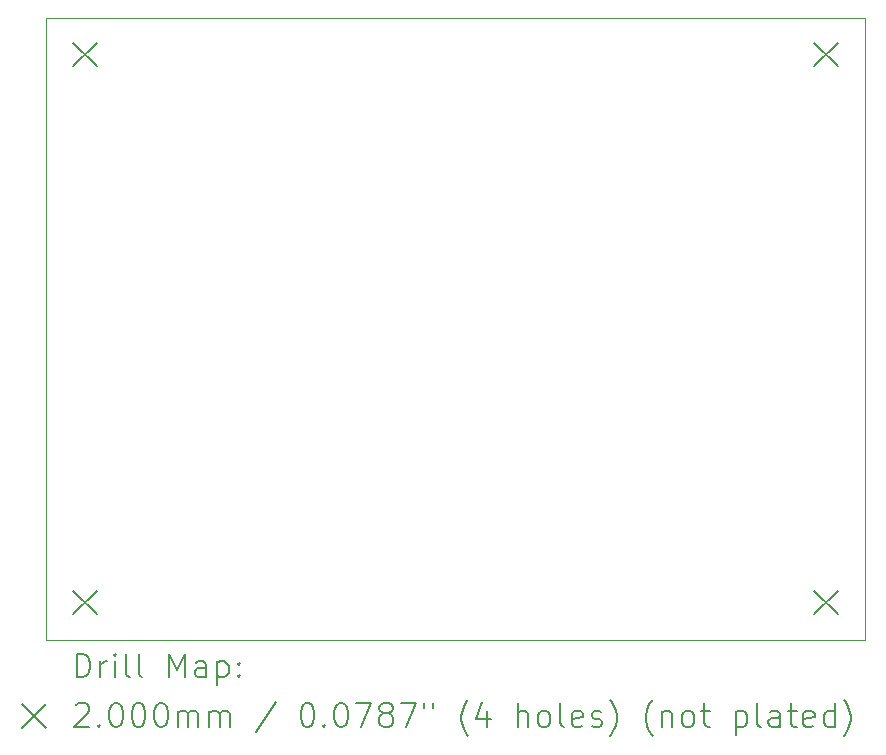
<source format=gbr>
%TF.GenerationSoftware,KiCad,Pcbnew,9.0.0*%
%TF.CreationDate,2025-05-01T15:15:35-03:00*%
%TF.ProjectId,hw_rfid,68775f72-6669-4642-9e6b-696361645f70,rev?*%
%TF.SameCoordinates,Original*%
%TF.FileFunction,Drillmap*%
%TF.FilePolarity,Positive*%
%FSLAX45Y45*%
G04 Gerber Fmt 4.5, Leading zero omitted, Abs format (unit mm)*
G04 Created by KiCad (PCBNEW 9.0.0) date 2025-05-01 15:15:35*
%MOMM*%
%LPD*%
G01*
G04 APERTURE LIST*
%ADD10C,0.050000*%
%ADD11C,0.200000*%
G04 APERTURE END LIST*
D10*
X7525000Y-7315000D02*
X14455000Y-7315000D01*
X14455000Y-12582500D01*
X7525000Y-12582500D01*
X7525000Y-7315000D01*
D11*
X7755000Y-7525000D02*
X7955000Y-7725000D01*
X7955000Y-7525000D02*
X7755000Y-7725000D01*
X7755000Y-12165000D02*
X7955000Y-12365000D01*
X7955000Y-12165000D02*
X7755000Y-12365000D01*
X14025000Y-7525000D02*
X14225000Y-7725000D01*
X14225000Y-7525000D02*
X14025000Y-7725000D01*
X14025000Y-12165000D02*
X14225000Y-12365000D01*
X14225000Y-12165000D02*
X14025000Y-12365000D01*
X7783277Y-12896484D02*
X7783277Y-12696484D01*
X7783277Y-12696484D02*
X7830896Y-12696484D01*
X7830896Y-12696484D02*
X7859467Y-12706008D01*
X7859467Y-12706008D02*
X7878515Y-12725055D01*
X7878515Y-12725055D02*
X7888039Y-12744103D01*
X7888039Y-12744103D02*
X7897562Y-12782198D01*
X7897562Y-12782198D02*
X7897562Y-12810769D01*
X7897562Y-12810769D02*
X7888039Y-12848865D01*
X7888039Y-12848865D02*
X7878515Y-12867912D01*
X7878515Y-12867912D02*
X7859467Y-12886960D01*
X7859467Y-12886960D02*
X7830896Y-12896484D01*
X7830896Y-12896484D02*
X7783277Y-12896484D01*
X7983277Y-12896484D02*
X7983277Y-12763150D01*
X7983277Y-12801246D02*
X7992801Y-12782198D01*
X7992801Y-12782198D02*
X8002324Y-12772674D01*
X8002324Y-12772674D02*
X8021372Y-12763150D01*
X8021372Y-12763150D02*
X8040420Y-12763150D01*
X8107086Y-12896484D02*
X8107086Y-12763150D01*
X8107086Y-12696484D02*
X8097562Y-12706008D01*
X8097562Y-12706008D02*
X8107086Y-12715531D01*
X8107086Y-12715531D02*
X8116610Y-12706008D01*
X8116610Y-12706008D02*
X8107086Y-12696484D01*
X8107086Y-12696484D02*
X8107086Y-12715531D01*
X8230896Y-12896484D02*
X8211848Y-12886960D01*
X8211848Y-12886960D02*
X8202324Y-12867912D01*
X8202324Y-12867912D02*
X8202324Y-12696484D01*
X8335658Y-12896484D02*
X8316610Y-12886960D01*
X8316610Y-12886960D02*
X8307086Y-12867912D01*
X8307086Y-12867912D02*
X8307086Y-12696484D01*
X8564229Y-12896484D02*
X8564229Y-12696484D01*
X8564229Y-12696484D02*
X8630896Y-12839341D01*
X8630896Y-12839341D02*
X8697563Y-12696484D01*
X8697563Y-12696484D02*
X8697563Y-12896484D01*
X8878515Y-12896484D02*
X8878515Y-12791722D01*
X8878515Y-12791722D02*
X8868991Y-12772674D01*
X8868991Y-12772674D02*
X8849944Y-12763150D01*
X8849944Y-12763150D02*
X8811848Y-12763150D01*
X8811848Y-12763150D02*
X8792801Y-12772674D01*
X8878515Y-12886960D02*
X8859467Y-12896484D01*
X8859467Y-12896484D02*
X8811848Y-12896484D01*
X8811848Y-12896484D02*
X8792801Y-12886960D01*
X8792801Y-12886960D02*
X8783277Y-12867912D01*
X8783277Y-12867912D02*
X8783277Y-12848865D01*
X8783277Y-12848865D02*
X8792801Y-12829817D01*
X8792801Y-12829817D02*
X8811848Y-12820293D01*
X8811848Y-12820293D02*
X8859467Y-12820293D01*
X8859467Y-12820293D02*
X8878515Y-12810769D01*
X8973753Y-12763150D02*
X8973753Y-12963150D01*
X8973753Y-12772674D02*
X8992801Y-12763150D01*
X8992801Y-12763150D02*
X9030896Y-12763150D01*
X9030896Y-12763150D02*
X9049944Y-12772674D01*
X9049944Y-12772674D02*
X9059467Y-12782198D01*
X9059467Y-12782198D02*
X9068991Y-12801246D01*
X9068991Y-12801246D02*
X9068991Y-12858388D01*
X9068991Y-12858388D02*
X9059467Y-12877436D01*
X9059467Y-12877436D02*
X9049944Y-12886960D01*
X9049944Y-12886960D02*
X9030896Y-12896484D01*
X9030896Y-12896484D02*
X8992801Y-12896484D01*
X8992801Y-12896484D02*
X8973753Y-12886960D01*
X9154705Y-12877436D02*
X9164229Y-12886960D01*
X9164229Y-12886960D02*
X9154705Y-12896484D01*
X9154705Y-12896484D02*
X9145182Y-12886960D01*
X9145182Y-12886960D02*
X9154705Y-12877436D01*
X9154705Y-12877436D02*
X9154705Y-12896484D01*
X9154705Y-12772674D02*
X9164229Y-12782198D01*
X9164229Y-12782198D02*
X9154705Y-12791722D01*
X9154705Y-12791722D02*
X9145182Y-12782198D01*
X9145182Y-12782198D02*
X9154705Y-12772674D01*
X9154705Y-12772674D02*
X9154705Y-12791722D01*
X7322500Y-13125000D02*
X7522500Y-13325000D01*
X7522500Y-13125000D02*
X7322500Y-13325000D01*
X7773753Y-13135531D02*
X7783277Y-13126008D01*
X7783277Y-13126008D02*
X7802324Y-13116484D01*
X7802324Y-13116484D02*
X7849943Y-13116484D01*
X7849943Y-13116484D02*
X7868991Y-13126008D01*
X7868991Y-13126008D02*
X7878515Y-13135531D01*
X7878515Y-13135531D02*
X7888039Y-13154579D01*
X7888039Y-13154579D02*
X7888039Y-13173627D01*
X7888039Y-13173627D02*
X7878515Y-13202198D01*
X7878515Y-13202198D02*
X7764229Y-13316484D01*
X7764229Y-13316484D02*
X7888039Y-13316484D01*
X7973753Y-13297436D02*
X7983277Y-13306960D01*
X7983277Y-13306960D02*
X7973753Y-13316484D01*
X7973753Y-13316484D02*
X7964229Y-13306960D01*
X7964229Y-13306960D02*
X7973753Y-13297436D01*
X7973753Y-13297436D02*
X7973753Y-13316484D01*
X8107086Y-13116484D02*
X8126134Y-13116484D01*
X8126134Y-13116484D02*
X8145182Y-13126008D01*
X8145182Y-13126008D02*
X8154705Y-13135531D01*
X8154705Y-13135531D02*
X8164229Y-13154579D01*
X8164229Y-13154579D02*
X8173753Y-13192674D01*
X8173753Y-13192674D02*
X8173753Y-13240293D01*
X8173753Y-13240293D02*
X8164229Y-13278388D01*
X8164229Y-13278388D02*
X8154705Y-13297436D01*
X8154705Y-13297436D02*
X8145182Y-13306960D01*
X8145182Y-13306960D02*
X8126134Y-13316484D01*
X8126134Y-13316484D02*
X8107086Y-13316484D01*
X8107086Y-13316484D02*
X8088039Y-13306960D01*
X8088039Y-13306960D02*
X8078515Y-13297436D01*
X8078515Y-13297436D02*
X8068991Y-13278388D01*
X8068991Y-13278388D02*
X8059467Y-13240293D01*
X8059467Y-13240293D02*
X8059467Y-13192674D01*
X8059467Y-13192674D02*
X8068991Y-13154579D01*
X8068991Y-13154579D02*
X8078515Y-13135531D01*
X8078515Y-13135531D02*
X8088039Y-13126008D01*
X8088039Y-13126008D02*
X8107086Y-13116484D01*
X8297562Y-13116484D02*
X8316610Y-13116484D01*
X8316610Y-13116484D02*
X8335658Y-13126008D01*
X8335658Y-13126008D02*
X8345182Y-13135531D01*
X8345182Y-13135531D02*
X8354705Y-13154579D01*
X8354705Y-13154579D02*
X8364229Y-13192674D01*
X8364229Y-13192674D02*
X8364229Y-13240293D01*
X8364229Y-13240293D02*
X8354705Y-13278388D01*
X8354705Y-13278388D02*
X8345182Y-13297436D01*
X8345182Y-13297436D02*
X8335658Y-13306960D01*
X8335658Y-13306960D02*
X8316610Y-13316484D01*
X8316610Y-13316484D02*
X8297562Y-13316484D01*
X8297562Y-13316484D02*
X8278515Y-13306960D01*
X8278515Y-13306960D02*
X8268991Y-13297436D01*
X8268991Y-13297436D02*
X8259467Y-13278388D01*
X8259467Y-13278388D02*
X8249943Y-13240293D01*
X8249943Y-13240293D02*
X8249943Y-13192674D01*
X8249943Y-13192674D02*
X8259467Y-13154579D01*
X8259467Y-13154579D02*
X8268991Y-13135531D01*
X8268991Y-13135531D02*
X8278515Y-13126008D01*
X8278515Y-13126008D02*
X8297562Y-13116484D01*
X8488039Y-13116484D02*
X8507086Y-13116484D01*
X8507086Y-13116484D02*
X8526134Y-13126008D01*
X8526134Y-13126008D02*
X8535658Y-13135531D01*
X8535658Y-13135531D02*
X8545182Y-13154579D01*
X8545182Y-13154579D02*
X8554705Y-13192674D01*
X8554705Y-13192674D02*
X8554705Y-13240293D01*
X8554705Y-13240293D02*
X8545182Y-13278388D01*
X8545182Y-13278388D02*
X8535658Y-13297436D01*
X8535658Y-13297436D02*
X8526134Y-13306960D01*
X8526134Y-13306960D02*
X8507086Y-13316484D01*
X8507086Y-13316484D02*
X8488039Y-13316484D01*
X8488039Y-13316484D02*
X8468991Y-13306960D01*
X8468991Y-13306960D02*
X8459467Y-13297436D01*
X8459467Y-13297436D02*
X8449944Y-13278388D01*
X8449944Y-13278388D02*
X8440420Y-13240293D01*
X8440420Y-13240293D02*
X8440420Y-13192674D01*
X8440420Y-13192674D02*
X8449944Y-13154579D01*
X8449944Y-13154579D02*
X8459467Y-13135531D01*
X8459467Y-13135531D02*
X8468991Y-13126008D01*
X8468991Y-13126008D02*
X8488039Y-13116484D01*
X8640420Y-13316484D02*
X8640420Y-13183150D01*
X8640420Y-13202198D02*
X8649944Y-13192674D01*
X8649944Y-13192674D02*
X8668991Y-13183150D01*
X8668991Y-13183150D02*
X8697563Y-13183150D01*
X8697563Y-13183150D02*
X8716610Y-13192674D01*
X8716610Y-13192674D02*
X8726134Y-13211722D01*
X8726134Y-13211722D02*
X8726134Y-13316484D01*
X8726134Y-13211722D02*
X8735658Y-13192674D01*
X8735658Y-13192674D02*
X8754705Y-13183150D01*
X8754705Y-13183150D02*
X8783277Y-13183150D01*
X8783277Y-13183150D02*
X8802325Y-13192674D01*
X8802325Y-13192674D02*
X8811848Y-13211722D01*
X8811848Y-13211722D02*
X8811848Y-13316484D01*
X8907086Y-13316484D02*
X8907086Y-13183150D01*
X8907086Y-13202198D02*
X8916610Y-13192674D01*
X8916610Y-13192674D02*
X8935658Y-13183150D01*
X8935658Y-13183150D02*
X8964229Y-13183150D01*
X8964229Y-13183150D02*
X8983277Y-13192674D01*
X8983277Y-13192674D02*
X8992801Y-13211722D01*
X8992801Y-13211722D02*
X8992801Y-13316484D01*
X8992801Y-13211722D02*
X9002325Y-13192674D01*
X9002325Y-13192674D02*
X9021372Y-13183150D01*
X9021372Y-13183150D02*
X9049944Y-13183150D01*
X9049944Y-13183150D02*
X9068991Y-13192674D01*
X9068991Y-13192674D02*
X9078515Y-13211722D01*
X9078515Y-13211722D02*
X9078515Y-13316484D01*
X9468991Y-13106960D02*
X9297563Y-13364103D01*
X9726134Y-13116484D02*
X9745182Y-13116484D01*
X9745182Y-13116484D02*
X9764229Y-13126008D01*
X9764229Y-13126008D02*
X9773753Y-13135531D01*
X9773753Y-13135531D02*
X9783277Y-13154579D01*
X9783277Y-13154579D02*
X9792801Y-13192674D01*
X9792801Y-13192674D02*
X9792801Y-13240293D01*
X9792801Y-13240293D02*
X9783277Y-13278388D01*
X9783277Y-13278388D02*
X9773753Y-13297436D01*
X9773753Y-13297436D02*
X9764229Y-13306960D01*
X9764229Y-13306960D02*
X9745182Y-13316484D01*
X9745182Y-13316484D02*
X9726134Y-13316484D01*
X9726134Y-13316484D02*
X9707087Y-13306960D01*
X9707087Y-13306960D02*
X9697563Y-13297436D01*
X9697563Y-13297436D02*
X9688039Y-13278388D01*
X9688039Y-13278388D02*
X9678515Y-13240293D01*
X9678515Y-13240293D02*
X9678515Y-13192674D01*
X9678515Y-13192674D02*
X9688039Y-13154579D01*
X9688039Y-13154579D02*
X9697563Y-13135531D01*
X9697563Y-13135531D02*
X9707087Y-13126008D01*
X9707087Y-13126008D02*
X9726134Y-13116484D01*
X9878515Y-13297436D02*
X9888039Y-13306960D01*
X9888039Y-13306960D02*
X9878515Y-13316484D01*
X9878515Y-13316484D02*
X9868991Y-13306960D01*
X9868991Y-13306960D02*
X9878515Y-13297436D01*
X9878515Y-13297436D02*
X9878515Y-13316484D01*
X10011848Y-13116484D02*
X10030896Y-13116484D01*
X10030896Y-13116484D02*
X10049944Y-13126008D01*
X10049944Y-13126008D02*
X10059468Y-13135531D01*
X10059468Y-13135531D02*
X10068991Y-13154579D01*
X10068991Y-13154579D02*
X10078515Y-13192674D01*
X10078515Y-13192674D02*
X10078515Y-13240293D01*
X10078515Y-13240293D02*
X10068991Y-13278388D01*
X10068991Y-13278388D02*
X10059468Y-13297436D01*
X10059468Y-13297436D02*
X10049944Y-13306960D01*
X10049944Y-13306960D02*
X10030896Y-13316484D01*
X10030896Y-13316484D02*
X10011848Y-13316484D01*
X10011848Y-13316484D02*
X9992801Y-13306960D01*
X9992801Y-13306960D02*
X9983277Y-13297436D01*
X9983277Y-13297436D02*
X9973753Y-13278388D01*
X9973753Y-13278388D02*
X9964229Y-13240293D01*
X9964229Y-13240293D02*
X9964229Y-13192674D01*
X9964229Y-13192674D02*
X9973753Y-13154579D01*
X9973753Y-13154579D02*
X9983277Y-13135531D01*
X9983277Y-13135531D02*
X9992801Y-13126008D01*
X9992801Y-13126008D02*
X10011848Y-13116484D01*
X10145182Y-13116484D02*
X10278515Y-13116484D01*
X10278515Y-13116484D02*
X10192801Y-13316484D01*
X10383277Y-13202198D02*
X10364229Y-13192674D01*
X10364229Y-13192674D02*
X10354706Y-13183150D01*
X10354706Y-13183150D02*
X10345182Y-13164103D01*
X10345182Y-13164103D02*
X10345182Y-13154579D01*
X10345182Y-13154579D02*
X10354706Y-13135531D01*
X10354706Y-13135531D02*
X10364229Y-13126008D01*
X10364229Y-13126008D02*
X10383277Y-13116484D01*
X10383277Y-13116484D02*
X10421372Y-13116484D01*
X10421372Y-13116484D02*
X10440420Y-13126008D01*
X10440420Y-13126008D02*
X10449944Y-13135531D01*
X10449944Y-13135531D02*
X10459468Y-13154579D01*
X10459468Y-13154579D02*
X10459468Y-13164103D01*
X10459468Y-13164103D02*
X10449944Y-13183150D01*
X10449944Y-13183150D02*
X10440420Y-13192674D01*
X10440420Y-13192674D02*
X10421372Y-13202198D01*
X10421372Y-13202198D02*
X10383277Y-13202198D01*
X10383277Y-13202198D02*
X10364229Y-13211722D01*
X10364229Y-13211722D02*
X10354706Y-13221246D01*
X10354706Y-13221246D02*
X10345182Y-13240293D01*
X10345182Y-13240293D02*
X10345182Y-13278388D01*
X10345182Y-13278388D02*
X10354706Y-13297436D01*
X10354706Y-13297436D02*
X10364229Y-13306960D01*
X10364229Y-13306960D02*
X10383277Y-13316484D01*
X10383277Y-13316484D02*
X10421372Y-13316484D01*
X10421372Y-13316484D02*
X10440420Y-13306960D01*
X10440420Y-13306960D02*
X10449944Y-13297436D01*
X10449944Y-13297436D02*
X10459468Y-13278388D01*
X10459468Y-13278388D02*
X10459468Y-13240293D01*
X10459468Y-13240293D02*
X10449944Y-13221246D01*
X10449944Y-13221246D02*
X10440420Y-13211722D01*
X10440420Y-13211722D02*
X10421372Y-13202198D01*
X10526134Y-13116484D02*
X10659468Y-13116484D01*
X10659468Y-13116484D02*
X10573753Y-13316484D01*
X10726134Y-13116484D02*
X10726134Y-13154579D01*
X10802325Y-13116484D02*
X10802325Y-13154579D01*
X11097563Y-13392674D02*
X11088039Y-13383150D01*
X11088039Y-13383150D02*
X11068991Y-13354579D01*
X11068991Y-13354579D02*
X11059468Y-13335531D01*
X11059468Y-13335531D02*
X11049944Y-13306960D01*
X11049944Y-13306960D02*
X11040420Y-13259341D01*
X11040420Y-13259341D02*
X11040420Y-13221246D01*
X11040420Y-13221246D02*
X11049944Y-13173627D01*
X11049944Y-13173627D02*
X11059468Y-13145055D01*
X11059468Y-13145055D02*
X11068991Y-13126008D01*
X11068991Y-13126008D02*
X11088039Y-13097436D01*
X11088039Y-13097436D02*
X11097563Y-13087912D01*
X11259468Y-13183150D02*
X11259468Y-13316484D01*
X11211848Y-13106960D02*
X11164230Y-13249817D01*
X11164230Y-13249817D02*
X11288039Y-13249817D01*
X11516610Y-13316484D02*
X11516610Y-13116484D01*
X11602325Y-13316484D02*
X11602325Y-13211722D01*
X11602325Y-13211722D02*
X11592801Y-13192674D01*
X11592801Y-13192674D02*
X11573753Y-13183150D01*
X11573753Y-13183150D02*
X11545182Y-13183150D01*
X11545182Y-13183150D02*
X11526134Y-13192674D01*
X11526134Y-13192674D02*
X11516610Y-13202198D01*
X11726134Y-13316484D02*
X11707087Y-13306960D01*
X11707087Y-13306960D02*
X11697563Y-13297436D01*
X11697563Y-13297436D02*
X11688039Y-13278388D01*
X11688039Y-13278388D02*
X11688039Y-13221246D01*
X11688039Y-13221246D02*
X11697563Y-13202198D01*
X11697563Y-13202198D02*
X11707087Y-13192674D01*
X11707087Y-13192674D02*
X11726134Y-13183150D01*
X11726134Y-13183150D02*
X11754706Y-13183150D01*
X11754706Y-13183150D02*
X11773753Y-13192674D01*
X11773753Y-13192674D02*
X11783277Y-13202198D01*
X11783277Y-13202198D02*
X11792801Y-13221246D01*
X11792801Y-13221246D02*
X11792801Y-13278388D01*
X11792801Y-13278388D02*
X11783277Y-13297436D01*
X11783277Y-13297436D02*
X11773753Y-13306960D01*
X11773753Y-13306960D02*
X11754706Y-13316484D01*
X11754706Y-13316484D02*
X11726134Y-13316484D01*
X11907087Y-13316484D02*
X11888039Y-13306960D01*
X11888039Y-13306960D02*
X11878515Y-13287912D01*
X11878515Y-13287912D02*
X11878515Y-13116484D01*
X12059468Y-13306960D02*
X12040420Y-13316484D01*
X12040420Y-13316484D02*
X12002325Y-13316484D01*
X12002325Y-13316484D02*
X11983277Y-13306960D01*
X11983277Y-13306960D02*
X11973753Y-13287912D01*
X11973753Y-13287912D02*
X11973753Y-13211722D01*
X11973753Y-13211722D02*
X11983277Y-13192674D01*
X11983277Y-13192674D02*
X12002325Y-13183150D01*
X12002325Y-13183150D02*
X12040420Y-13183150D01*
X12040420Y-13183150D02*
X12059468Y-13192674D01*
X12059468Y-13192674D02*
X12068991Y-13211722D01*
X12068991Y-13211722D02*
X12068991Y-13230769D01*
X12068991Y-13230769D02*
X11973753Y-13249817D01*
X12145182Y-13306960D02*
X12164230Y-13316484D01*
X12164230Y-13316484D02*
X12202325Y-13316484D01*
X12202325Y-13316484D02*
X12221372Y-13306960D01*
X12221372Y-13306960D02*
X12230896Y-13287912D01*
X12230896Y-13287912D02*
X12230896Y-13278388D01*
X12230896Y-13278388D02*
X12221372Y-13259341D01*
X12221372Y-13259341D02*
X12202325Y-13249817D01*
X12202325Y-13249817D02*
X12173753Y-13249817D01*
X12173753Y-13249817D02*
X12154706Y-13240293D01*
X12154706Y-13240293D02*
X12145182Y-13221246D01*
X12145182Y-13221246D02*
X12145182Y-13211722D01*
X12145182Y-13211722D02*
X12154706Y-13192674D01*
X12154706Y-13192674D02*
X12173753Y-13183150D01*
X12173753Y-13183150D02*
X12202325Y-13183150D01*
X12202325Y-13183150D02*
X12221372Y-13192674D01*
X12297563Y-13392674D02*
X12307087Y-13383150D01*
X12307087Y-13383150D02*
X12326134Y-13354579D01*
X12326134Y-13354579D02*
X12335658Y-13335531D01*
X12335658Y-13335531D02*
X12345182Y-13306960D01*
X12345182Y-13306960D02*
X12354706Y-13259341D01*
X12354706Y-13259341D02*
X12354706Y-13221246D01*
X12354706Y-13221246D02*
X12345182Y-13173627D01*
X12345182Y-13173627D02*
X12335658Y-13145055D01*
X12335658Y-13145055D02*
X12326134Y-13126008D01*
X12326134Y-13126008D02*
X12307087Y-13097436D01*
X12307087Y-13097436D02*
X12297563Y-13087912D01*
X12659468Y-13392674D02*
X12649944Y-13383150D01*
X12649944Y-13383150D02*
X12630896Y-13354579D01*
X12630896Y-13354579D02*
X12621372Y-13335531D01*
X12621372Y-13335531D02*
X12611849Y-13306960D01*
X12611849Y-13306960D02*
X12602325Y-13259341D01*
X12602325Y-13259341D02*
X12602325Y-13221246D01*
X12602325Y-13221246D02*
X12611849Y-13173627D01*
X12611849Y-13173627D02*
X12621372Y-13145055D01*
X12621372Y-13145055D02*
X12630896Y-13126008D01*
X12630896Y-13126008D02*
X12649944Y-13097436D01*
X12649944Y-13097436D02*
X12659468Y-13087912D01*
X12735658Y-13183150D02*
X12735658Y-13316484D01*
X12735658Y-13202198D02*
X12745182Y-13192674D01*
X12745182Y-13192674D02*
X12764230Y-13183150D01*
X12764230Y-13183150D02*
X12792801Y-13183150D01*
X12792801Y-13183150D02*
X12811849Y-13192674D01*
X12811849Y-13192674D02*
X12821372Y-13211722D01*
X12821372Y-13211722D02*
X12821372Y-13316484D01*
X12945182Y-13316484D02*
X12926134Y-13306960D01*
X12926134Y-13306960D02*
X12916611Y-13297436D01*
X12916611Y-13297436D02*
X12907087Y-13278388D01*
X12907087Y-13278388D02*
X12907087Y-13221246D01*
X12907087Y-13221246D02*
X12916611Y-13202198D01*
X12916611Y-13202198D02*
X12926134Y-13192674D01*
X12926134Y-13192674D02*
X12945182Y-13183150D01*
X12945182Y-13183150D02*
X12973753Y-13183150D01*
X12973753Y-13183150D02*
X12992801Y-13192674D01*
X12992801Y-13192674D02*
X13002325Y-13202198D01*
X13002325Y-13202198D02*
X13011849Y-13221246D01*
X13011849Y-13221246D02*
X13011849Y-13278388D01*
X13011849Y-13278388D02*
X13002325Y-13297436D01*
X13002325Y-13297436D02*
X12992801Y-13306960D01*
X12992801Y-13306960D02*
X12973753Y-13316484D01*
X12973753Y-13316484D02*
X12945182Y-13316484D01*
X13068992Y-13183150D02*
X13145182Y-13183150D01*
X13097563Y-13116484D02*
X13097563Y-13287912D01*
X13097563Y-13287912D02*
X13107087Y-13306960D01*
X13107087Y-13306960D02*
X13126134Y-13316484D01*
X13126134Y-13316484D02*
X13145182Y-13316484D01*
X13364230Y-13183150D02*
X13364230Y-13383150D01*
X13364230Y-13192674D02*
X13383277Y-13183150D01*
X13383277Y-13183150D02*
X13421373Y-13183150D01*
X13421373Y-13183150D02*
X13440420Y-13192674D01*
X13440420Y-13192674D02*
X13449944Y-13202198D01*
X13449944Y-13202198D02*
X13459468Y-13221246D01*
X13459468Y-13221246D02*
X13459468Y-13278388D01*
X13459468Y-13278388D02*
X13449944Y-13297436D01*
X13449944Y-13297436D02*
X13440420Y-13306960D01*
X13440420Y-13306960D02*
X13421373Y-13316484D01*
X13421373Y-13316484D02*
X13383277Y-13316484D01*
X13383277Y-13316484D02*
X13364230Y-13306960D01*
X13573753Y-13316484D02*
X13554706Y-13306960D01*
X13554706Y-13306960D02*
X13545182Y-13287912D01*
X13545182Y-13287912D02*
X13545182Y-13116484D01*
X13735658Y-13316484D02*
X13735658Y-13211722D01*
X13735658Y-13211722D02*
X13726134Y-13192674D01*
X13726134Y-13192674D02*
X13707087Y-13183150D01*
X13707087Y-13183150D02*
X13668992Y-13183150D01*
X13668992Y-13183150D02*
X13649944Y-13192674D01*
X13735658Y-13306960D02*
X13716611Y-13316484D01*
X13716611Y-13316484D02*
X13668992Y-13316484D01*
X13668992Y-13316484D02*
X13649944Y-13306960D01*
X13649944Y-13306960D02*
X13640420Y-13287912D01*
X13640420Y-13287912D02*
X13640420Y-13268865D01*
X13640420Y-13268865D02*
X13649944Y-13249817D01*
X13649944Y-13249817D02*
X13668992Y-13240293D01*
X13668992Y-13240293D02*
X13716611Y-13240293D01*
X13716611Y-13240293D02*
X13735658Y-13230769D01*
X13802325Y-13183150D02*
X13878515Y-13183150D01*
X13830896Y-13116484D02*
X13830896Y-13287912D01*
X13830896Y-13287912D02*
X13840420Y-13306960D01*
X13840420Y-13306960D02*
X13859468Y-13316484D01*
X13859468Y-13316484D02*
X13878515Y-13316484D01*
X14021373Y-13306960D02*
X14002325Y-13316484D01*
X14002325Y-13316484D02*
X13964230Y-13316484D01*
X13964230Y-13316484D02*
X13945182Y-13306960D01*
X13945182Y-13306960D02*
X13935658Y-13287912D01*
X13935658Y-13287912D02*
X13935658Y-13211722D01*
X13935658Y-13211722D02*
X13945182Y-13192674D01*
X13945182Y-13192674D02*
X13964230Y-13183150D01*
X13964230Y-13183150D02*
X14002325Y-13183150D01*
X14002325Y-13183150D02*
X14021373Y-13192674D01*
X14021373Y-13192674D02*
X14030896Y-13211722D01*
X14030896Y-13211722D02*
X14030896Y-13230769D01*
X14030896Y-13230769D02*
X13935658Y-13249817D01*
X14202325Y-13316484D02*
X14202325Y-13116484D01*
X14202325Y-13306960D02*
X14183277Y-13316484D01*
X14183277Y-13316484D02*
X14145182Y-13316484D01*
X14145182Y-13316484D02*
X14126134Y-13306960D01*
X14126134Y-13306960D02*
X14116611Y-13297436D01*
X14116611Y-13297436D02*
X14107087Y-13278388D01*
X14107087Y-13278388D02*
X14107087Y-13221246D01*
X14107087Y-13221246D02*
X14116611Y-13202198D01*
X14116611Y-13202198D02*
X14126134Y-13192674D01*
X14126134Y-13192674D02*
X14145182Y-13183150D01*
X14145182Y-13183150D02*
X14183277Y-13183150D01*
X14183277Y-13183150D02*
X14202325Y-13192674D01*
X14278515Y-13392674D02*
X14288039Y-13383150D01*
X14288039Y-13383150D02*
X14307087Y-13354579D01*
X14307087Y-13354579D02*
X14316611Y-13335531D01*
X14316611Y-13335531D02*
X14326134Y-13306960D01*
X14326134Y-13306960D02*
X14335658Y-13259341D01*
X14335658Y-13259341D02*
X14335658Y-13221246D01*
X14335658Y-13221246D02*
X14326134Y-13173627D01*
X14326134Y-13173627D02*
X14316611Y-13145055D01*
X14316611Y-13145055D02*
X14307087Y-13126008D01*
X14307087Y-13126008D02*
X14288039Y-13097436D01*
X14288039Y-13097436D02*
X14278515Y-13087912D01*
M02*

</source>
